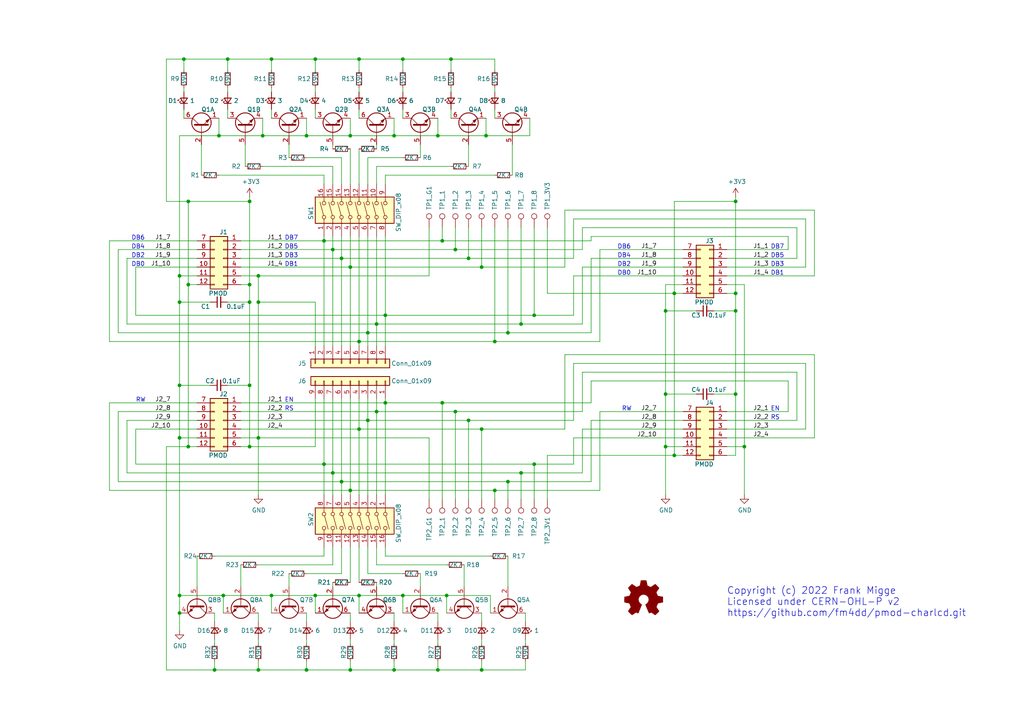
<source format=kicad_sch>
(kicad_sch (version 20230121) (generator eeschema)
  (paper "A4")
  (title_block (title "PMOD ANALYZER") (date "2023-08-18") (rev "V1.0"))
  (lib_symbols
    (symbol "Connector:TestPoint" (pin_numbers hide) (pin_names (offset 0.762) hide)
      (property "Reference" "TP" (at 0 6.858 0))
      (property "Value" "TestPoint" (at 0 5.08 0))
      (symbol "TestPoint_1_1"
        (pin passive line (at 0 0 90) (length 2.54) (name "1") (number "1"))
      )
    )
    (symbol "Connector_Generic:Conn_01x09" (pin_names (offset 1.016) hide)
      (property "Reference" "J" (at 0 12.7 0))
      (property "Value" "Conn_01x09" (at 0 -12.7 0))
      (symbol "Conn_01x09_1_1"
        (pin passive line (at -5.08 10.16 0) (length 3.81) (name "Pin_1") (number "1"))
        (pin passive line (at -5.08 7.62 0) (length 3.81) (name "Pin_2") (number "2"))
        (pin passive line (at -5.08 5.08 0) (length 3.81) (name "Pin_3") (number "3"))
        (pin passive line (at -5.08 2.54 0) (length 3.81) (name "Pin_4") (number "4"))
        (pin passive line (at -5.08 0 0) (length 3.81) (name "Pin_5") (number "5"))
        (pin passive line (at -5.08 -2.54 0) (length 3.81) (name "Pin_6") (number "6"))
        (pin passive line (at -5.08 -5.08 0) (length 3.81) (name "Pin_7") (number "7"))
        (pin passive line (at -5.08 -7.62 0) (length 3.81) (name "Pin_8") (number "8"))
        (pin passive line (at -5.08 -10.16 0) (length 3.81) (name "Pin_9") (number "9"))
      )
    )
    (symbol "Connector_Generic:Conn_02x06_Top_Bottom" (pin_names (offset 1.016) hide)
      (property "Reference" "J" (at 1.27 7.62 0))
      (property "Value" "Conn_02x06_Top_Bottom" (at 1.27 -10.16 0))
      (symbol "Conn_02x06_Top_Bottom_1_1"
        (pin passive line (at -5.08 5.08 0) (length 3.81) (name "Pin_1") (number "1"))
        (pin passive line (at 7.62 -2.54 180) (length 3.81) (name "Pin_10") (number "10"))
        (pin passive line (at 7.62 -5.08 180) (length 3.81) (name "Pin_11") (number "11"))
        (pin passive line (at 7.62 -7.62 180) (length 3.81) (name "Pin_12") (number "12"))
        (pin passive line (at -5.08 2.54 0) (length 3.81) (name "Pin_2") (number "2"))
        (pin passive line (at -5.08 0 0) (length 3.81) (name "Pin_3") (number "3"))
        (pin passive line (at -5.08 -2.54 0) (length 3.81) (name "Pin_4") (number "4"))
        (pin passive line (at -5.08 -5.08 0) (length 3.81) (name "Pin_5") (number "5"))
        (pin passive line (at -5.08 -7.62 0) (length 3.81) (name "Pin_6") (number "6"))
        (pin passive line (at 7.62 5.08 180) (length 3.81) (name "Pin_7") (number "7"))
        (pin passive line (at 7.62 2.54 180) (length 3.81) (name "Pin_8") (number "8"))
        (pin passive line (at 7.62 0 180) (length 3.81) (name "Pin_9") (number "9"))
      )
    )
    (symbol "Device:C_Small" (pin_numbers hide) (pin_names (offset 0.254) hide)
      (property "Reference" "C" (at 0.254 1.778 0))
      (property "Value" "C_Small" (at 0.254 -2.032 0))
      (symbol "C_Small_1_1"
        (pin passive line (at 0 2.54 270) (length 2.032) (name "~") (number "1"))
        (pin passive line (at 0 -2.54 90) (length 2.032) (name "~") (number "2"))
      )
    )
    (symbol "Device:LED_Small" (pin_numbers hide) (pin_names (offset 0.254) hide)
      (property "Reference" "D" (at -1.27 3.175 0))
      (property "Value" "LED_Small" (at -4.445 -2.54 0))
      (symbol "LED_Small_1_1"
        (pin passive line (at -2.54 0 0) (length 1.778) (name "K") (number "1"))
        (pin passive line (at 2.54 0 180) (length 1.778) (name "A") (number "2"))
      )
    )
    (symbol "Device:Q_Dual_NPN_NPN_E1B1C2E2B2C1" (pin_names (offset 0) hide)
      (property "Reference" "Q" (at 5.08 1.27 0))
      (property "Value" "Q_Dual_NPN_NPN_E1B1C2E2B2C1" (at 5.08 -1.27 0))
      (symbol "Q_Dual_NPN_NPN_E1B1C2E2B2C1_1_1"
        (pin passive line (at 2.54 -5.08 90) (length 2.54) (name "E1") (number "1"))
        (pin input line (at -5.08 0 0) (length 2.54) (name "B1") (number "2"))
        (pin passive line (at 2.54 5.08 270) (length 2.54) (name "C1") (number "6"))
      )
      (symbol "Q_Dual_NPN_NPN_E1B1C2E2B2C1_2_1"
        (pin passive line (at 2.54 5.08 270) (length 2.54) (name "C2") (number "3"))
        (pin passive line (at 2.54 -5.08 90) (length 2.54) (name "E2") (number "4"))
        (pin input line (at -5.08 0 0) (length 2.54) (name "B2") (number "5"))
      )
    )
    (symbol "Device:R_Small" (pin_numbers hide) (pin_names (offset 0.254) hide)
      (property "Reference" "R" (at 0.762 0.508 0))
      (property "Value" "R_Small" (at 0.762 -1.016 0))
      (symbol "R_Small_1_1"
        (pin passive line (at 0 2.54 270) (length 0.762) (name "~") (number "1"))
        (pin passive line (at 0 -2.54 90) (length 0.762) (name "~") (number "2"))
      )
    )
    (symbol "Graphic:Logo_Open_Hardware_Small" (pin_names (offset 1.016)))
    (symbol "Switch:SW_DIP_x08" (pin_names (offset 0) hide)
      (property "Reference" "SW" (at 0 13.97 0))
      (property "Value" "SW_DIP_x08" (at 0 -11.43 0))
      (symbol "SW_DIP_x08_1_1"
        (pin passive line (at -7.62 10.16 0) (length 5.08) (name "~") (number "1"))
        (pin passive line (at 7.62 -5.08 180) (length 5.08) (name "~") (number "10"))
        (pin passive line (at 7.62 -2.54 180) (length 5.08) (name "~") (number "11"))
        (pin passive line (at 7.62 0 180) (length 5.08) (name "~") (number "12"))
        (pin passive line (at 7.62 2.54 180) (length 5.08) (name "~") (number "13"))
        (pin passive line (at 7.62 5.08 180) (length 5.08) (name "~") (number "14"))
        (pin passive line (at 7.62 7.62 180) (length 5.08) (name "~") (number "15"))
        (pin passive line (at 7.62 10.16 180) (length 5.08) (name "~") (number "16"))
        (pin passive line (at -7.62 7.62 0) (length 5.08) (name "~") (number "2"))
        (pin passive line (at -7.62 5.08 0) (length 5.08) (name "~") (number "3"))
        (pin passive line (at -7.62 2.54 0) (length 5.08) (name "~") (number "4"))
        (pin passive line (at -7.62 0 0) (length 5.08) (name "~") (number "5"))
        (pin passive line (at -7.62 -2.54 0) (length 5.08) (name "~") (number "6"))
        (pin passive line (at -7.62 -5.08 0) (length 5.08) (name "~") (number "7"))
        (pin passive line (at -7.62 -7.62 0) (length 5.08) (name "~") (number "8"))
        (pin passive line (at 7.62 -7.62 180) (length 5.08) (name "~") (number "9"))
      )
    )
    (symbol "power:+3V3" (power) (pin_names (offset 0))
      (property "Value" "+3V3" (at 0 3.556 0))
      (symbol "+3V3_1_1"
        (pin power_in line (at 0 0 90) (length 0) hide (name "+3V3") (number "1"))
      )
    )
    (symbol "power:GND" (power) (pin_names (offset 0))
      (property "Value" "GND" (at 0 -3.81 0))
      (symbol "GND_1_1"
        (pin power_in line (at 0 0 270) (length 0) hide (name "GND") (number "1"))
      )
    )
  )
  (junction (at 104.14 124.46))
  (junction (at 72.39 129.54))
  (junction (at 116.84 17.145))
  (junction (at 96.52 137.16))
  (junction (at 72.39 87.63))
  (junction (at 195.58 132.08))
  (junction (at 52.07 177.8))
  (junction (at 213.36 90.17))
  (junction (at 76.2 39.37))
  (junction (at 78.74 17.145))
  (junction (at 135.89 121.92))
  (junction (at 66.04 17.145))
  (junction (at 74.93 194.31))
  (junction (at 139.7 124.46))
  (junction (at 104.14 99.06))
  (junction (at 88.9 194.31))
  (junction (at 114.3 39.37))
  (junction (at 127 194.31))
  (junction (at 62.23 194.31))
  (junction (at 111.76 116.84))
  (junction (at 72.39 82.55))
  (junction (at 143.51 99.06))
  (junction (at 215.9 129.54))
  (junction (at 54.61 58.42))
  (junction (at 52.07 87.63))
  (junction (at 130.81 17.145))
  (junction (at 114.3 194.31))
  (junction (at 52.07 80.01))
  (junction (at 127 39.37))
  (junction (at 213.36 58.42))
  (junction (at 135.89 74.93))
  (junction (at 52.07 127))
  (junction (at 139.7 77.47))
  (junction (at 116.84 172.72))
  (junction (at 143.51 142.24))
  (junction (at 213.36 85.09))
  (junction (at 193.04 90.17))
  (junction (at 101.6 77.47))
  (junction (at 111.76 91.44))
  (junction (at 74.93 127))
  (junction (at 96.52 72.39))
  (junction (at 193.04 129.54))
  (junction (at 129.54 172.72))
  (junction (at 63.5 39.37))
  (junction (at 93.98 134.62))
  (junction (at 147.32 139.7))
  (junction (at 72.39 111.76))
  (junction (at 154.94 134.62))
  (junction (at 99.06 74.93))
  (junction (at 99.06 139.7))
  (junction (at 151.13 137.16))
  (junction (at 213.36 114.3))
  (junction (at 52.07 172.72))
  (junction (at 104.14 17.145))
  (junction (at 106.68 96.52))
  (junction (at 195.58 85.09))
  (junction (at 104.14 172.72))
  (junction (at 52.07 111.76))
  (junction (at 88.9 39.37))
  (junction (at 132.08 72.39))
  (junction (at 101.6 194.31))
  (junction (at 91.44 172.72))
  (junction (at 140.97 39.37))
  (junction (at 193.04 114.3))
  (junction (at 93.98 69.85))
  (junction (at 91.44 17.145))
  (junction (at 109.22 93.98))
  (junction (at 151.13 93.98))
  (junction (at 54.61 129.54))
  (junction (at 54.61 82.55))
  (junction (at 78.74 172.72))
  (junction (at 132.08 119.38))
  (junction (at 101.6 142.24))
  (junction (at 53.34 17.145))
  (junction (at 147.32 96.52))
  (junction (at 74.93 87.63))
  (junction (at 128.27 69.85))
  (junction (at 72.39 58.42))
  (junction (at 139.7 194.31))
  (junction (at 64.77 172.72))
  (junction (at 74.93 80.01))
  (junction (at 109.22 119.38))
  (junction (at 154.94 91.44))
  (junction (at 101.6 39.37))
  (junction (at 106.68 121.92))
  (junction (at 128.27 116.84))
  (wire (pts (xy 62.23 185.42) (xy 62.23 186.69)))
  (wire (pts (xy 132.08 66.04) (xy 132.08 72.39)))
  (wire (pts (xy 57.15 129.54) (xy 54.61 129.54)))
  (wire (pts (xy 210.82 121.92) (xy 231.14 121.92)))
  (wire (pts (xy 152.4 185.42) (xy 152.4 186.69)))
  (wire (pts (xy 109.22 43.18) (xy 109.22 41.91)))
  (wire (pts (xy 99.06 158.75) (xy 99.06 166.37)))
  (wire (pts (xy 228.6 110.49) (xy 171.45 110.49)))
  (wire (pts (xy 135.89 74.93) (xy 166.37 74.93)))
  (wire (pts (xy 78.74 17.145) (xy 91.44 17.145)))
  (wire (pts (xy 62.23 191.77) (xy 62.23 194.31)))
  (wire (pts (xy 171.45 74.93) (xy 171.45 96.52)))
  (wire (pts (xy 76.2 39.37) (xy 76.2 34.29)))
  (wire (pts (xy 158.75 144.78) (xy 158.75 132.08)))
  (wire (pts (xy 173.99 99.06) (xy 143.51 99.06)))
  (wire (pts (xy 39.37 91.44) (xy 111.76 91.44)))
  (wire (pts (xy 91.44 115.57) (xy 91.44 129.54)))
  (wire (pts (xy 91.44 34.29) (xy 91.44 31.75)))
  (wire (pts (xy 173.99 142.24) (xy 173.99 119.38)))
  (wire (pts (xy 36.83 74.93) (xy 36.83 93.98)))
  (wire (pts (xy 171.45 139.7) (xy 171.45 121.92)))
  (wire (pts (xy 111.76 91.44) (xy 111.76 100.33)))
  (wire (pts (xy 96.52 115.57) (xy 96.52 137.16)))
  (wire (pts (xy 158.75 85.09) (xy 195.58 85.09)))
  (wire (pts (xy 147.32 161.29) (xy 147.32 170.18)))
  (wire (pts (xy 193.04 114.3) (xy 193.04 129.54)))
  (wire (pts (xy 171.45 68.58) (xy 171.45 69.85)))
  (wire (pts (xy 210.82 74.93) (xy 231.14 74.93)))
  (wire (pts (xy 74.93 127) (xy 74.93 143.51)))
  (wire (pts (xy 39.37 124.46) (xy 39.37 134.62)))
  (wire (pts (xy 53.34 17.145) (xy 66.04 17.145)))
  (wire (pts (xy 57.15 80.01) (xy 52.07 80.01)))
  (wire (pts (xy 143.51 99.06) (xy 104.14 99.06)))
  (wire (pts (xy 101.6 185.42) (xy 101.6 186.69)))
  (wire (pts (xy 31.75 142.24) (xy 101.6 142.24)))
  (wire (pts (xy 88.9 191.77) (xy 88.9 194.31)))
  (wire (pts (xy 104.14 158.75) (xy 104.14 168.91)))
  (wire (pts (xy 74.93 80.01) (xy 74.93 87.63)))
  (wire (pts (xy 171.45 68.58) (xy 228.6 68.58)))
  (wire (pts (xy 62.23 177.8) (xy 62.23 180.34)))
  (wire (pts (xy 101.6 77.47) (xy 139.7 77.47)))
  (wire (pts (xy 48.26 129.54) (xy 48.26 194.31)))
  (wire (pts (xy 210.82 82.55) (xy 215.9 82.55)))
  (wire (pts (xy 151.13 144.78) (xy 151.13 137.16)))
  (wire (pts (xy 57.15 161.29) (xy 57.15 170.18)))
  (wire (pts (xy 168.91 124.46) (xy 168.91 137.16)))
  (wire (pts (xy 236.22 127) (xy 236.22 102.87)))
  (wire (pts (xy 57.15 82.55) (xy 54.61 82.55)))
  (wire (pts (xy 193.04 90.17) (xy 201.93 90.17)))
  (wire (pts (xy 74.93 87.63) (xy 91.44 87.63)))
  (wire (pts (xy 109.22 163.83) (xy 129.54 163.83)))
  (wire (pts (xy 111.76 50.8) (xy 143.51 50.8)))
  (wire (pts (xy 64.77 172.72) (xy 64.77 177.8)))
  (wire (pts (xy 57.15 127) (xy 52.07 127)))
  (wire (pts (xy 93.98 53.34) (xy 93.98 50.8)))
  (wire (pts (xy 62.23 194.31) (xy 48.26 194.31)))
  (wire (pts (xy 236.22 80.01) (xy 236.22 60.96)))
  (wire (pts (xy 72.39 87.63) (xy 72.39 111.76)))
  (wire (pts (xy 48.26 17.145) (xy 48.26 58.42)))
  (wire (pts (xy 109.22 115.57) (xy 109.22 119.38)))
  (wire (pts (xy 69.85 77.47) (xy 101.6 77.47)))
  (wire (pts (xy 91.44 17.145) (xy 104.14 17.145)))
  (wire (pts (xy 147.32 66.04) (xy 147.32 96.52)))
  (wire (pts (xy 109.22 119.38) (xy 132.08 119.38)))
  (wire (pts (xy 114.3 39.37) (xy 127 39.37)))
  (wire (pts (xy 93.98 68.58) (xy 93.98 69.85)))
  (wire (pts (xy 101.6 39.37) (xy 114.3 39.37)))
  (wire (pts (xy 114.3 194.31) (xy 101.6 194.31)))
  (wire (pts (xy 109.22 93.98) (xy 109.22 100.33)))
  (wire (pts (xy 104.14 124.46) (xy 104.14 143.51)))
  (wire (pts (xy 31.75 69.85) (xy 57.15 69.85)))
  (wire (pts (xy 111.76 115.57) (xy 111.76 116.84)))
  (wire (pts (xy 195.58 58.42) (xy 195.58 85.09)))
  (wire (pts (xy 36.83 137.16) (xy 36.83 121.92)))
  (wire (pts (xy 210.82 129.54) (xy 215.9 129.54)))
  (wire (pts (xy 78.74 34.29) (xy 78.74 31.75)))
  (wire (pts (xy 109.22 48.26) (xy 130.81 48.26)))
  (wire (pts (xy 139.7 185.42) (xy 139.7 186.69)))
  (wire (pts (xy 152.4 191.77) (xy 152.4 194.31)))
  (wire (pts (xy 130.81 26.67) (xy 130.81 25.4)))
  (wire (pts (xy 54.61 129.54) (xy 48.26 129.54)))
  (wire (pts (xy 104.14 20.32) (xy 104.14 17.145)))
  (wire (pts (xy 129.54 172.72) (xy 129.54 177.8)))
  (wire (pts (xy 104.14 99.06) (xy 31.75 99.06)))
  (wire (pts (xy 96.52 137.16) (xy 96.52 143.51)))
  (wire (pts (xy 72.39 111.76) (xy 72.39 129.54)))
  (wire (pts (xy 210.82 85.09) (xy 213.36 85.09)))
  (wire (pts (xy 83.82 166.37) (xy 83.82 170.18)))
  (wire (pts (xy 93.98 69.85) (xy 93.98 100.33)))
  (wire (pts (xy 88.9 177.8) (xy 88.9 180.34)))
  (wire (pts (xy 91.44 87.63) (xy 91.44 100.33)))
  (wire (pts (xy 99.06 139.7) (xy 99.06 143.51)))
  (wire (pts (xy 69.85 82.55) (xy 72.39 82.55)))
  (wire (pts (xy 91.44 172.72) (xy 78.74 172.72)))
  (wire (pts (xy 128.27 69.85) (xy 171.45 69.85)))
  (wire (pts (xy 83.82 45.72) (xy 83.82 41.91)))
  (wire (pts (xy 111.76 68.58) (xy 111.76 91.44)))
  (wire (pts (xy 173.99 72.39) (xy 173.99 99.06)))
  (wire (pts (xy 154.94 91.44) (xy 166.37 91.44)))
  (wire (pts (xy 34.29 96.52) (xy 34.29 72.39)))
  (wire (pts (xy 166.37 134.62) (xy 166.37 127)))
  (wire (pts (xy 147.32 144.78) (xy 147.32 139.7)))
  (wire (pts (xy 116.84 20.32) (xy 116.84 17.145)))
  (wire (pts (xy 106.68 121.92) (xy 106.68 143.51)))
  (wire (pts (xy 166.37 127) (xy 198.12 127)))
  (wire (pts (xy 135.89 121.92) (xy 166.37 121.92)))
  (wire (pts (xy 193.04 90.17) (xy 193.04 114.3)))
  (wire (pts (xy 109.22 53.34) (xy 109.22 48.26)))
  (wire (pts (xy 142.24 177.8) (xy 142.24 172.72)))
  (wire (pts (xy 101.6 68.58) (xy 101.6 77.47)))
  (wire (pts (xy 64.77 172.72) (xy 52.07 172.72)))
  (wire (pts (xy 62.23 161.29) (xy 93.98 161.29)))
  (wire (pts (xy 54.61 129.54) (xy 54.61 82.55)))
  (wire (pts (xy 104.14 17.145) (xy 116.84 17.145)))
  (wire (pts (xy 52.07 80.01) (xy 52.07 87.63)))
  (wire (pts (xy 93.98 115.57) (xy 93.98 134.62)))
  (wire (pts (xy 111.76 116.84) (xy 111.76 143.51)))
  (wire (pts (xy 129.54 172.72) (xy 116.84 172.72)))
  (wire (pts (xy 88.9 166.37) (xy 99.06 166.37)))
  (wire (pts (xy 31.75 99.06) (xy 31.75 69.85)))
  (wire (pts (xy 168.91 124.46) (xy 198.12 124.46)))
  (wire (pts (xy 69.85 80.01) (xy 74.93 80.01)))
  (wire (pts (xy 151.13 93.98) (xy 168.91 93.98)))
  (wire (pts (xy 53.34 26.67) (xy 53.34 25.4)))
  (wire (pts (xy 63.5 39.37) (xy 52.07 39.37)))
  (wire (pts (xy 106.68 115.57) (xy 106.68 121.92)))
  (wire (pts (xy 213.36 58.42) (xy 213.36 85.09)))
  (wire (pts (xy 74.93 177.8) (xy 74.93 180.34)))
  (wire (pts (xy 233.68 77.47) (xy 233.68 63.5)))
  (wire (pts (xy 48.26 58.42) (xy 54.61 58.42)))
  (wire (pts (xy 66.04 87.63) (xy 72.39 87.63)))
  (wire (pts (xy 101.6 39.37) (xy 101.6 34.29)))
  (wire (pts (xy 58.42 50.8) (xy 58.42 41.91)))
  (wire (pts (xy 88.9 194.31) (xy 74.93 194.31)))
  (wire (pts (xy 127 177.8) (xy 127 180.34)))
  (wire (pts (xy 151.13 66.04) (xy 151.13 93.98)))
  (wire (pts (xy 139.7 177.8) (xy 139.7 180.34)))
  (wire (pts (xy 36.83 137.16) (xy 96.52 137.16)))
  (wire (pts (xy 76.2 39.37) (xy 88.9 39.37)))
  (wire (pts (xy 109.22 68.58) (xy 109.22 93.98)))
  (wire (pts (xy 111.76 161.29) (xy 142.24 161.29)))
  (wire (pts (xy 127 185.42) (xy 127 186.69)))
  (wire (pts (xy 168.91 93.98) (xy 168.91 77.47)))
  (wire (pts (xy 124.46 66.04) (xy 124.46 80.01)))
  (wire (pts (xy 72.39 58.42) (xy 54.61 58.42)))
  (wire (pts (xy 71.12 48.26) (xy 71.12 41.91)))
  (wire (pts (xy 96.52 72.39) (xy 96.52 100.33)))
  (wire (pts (xy 52.07 111.76) (xy 52.07 127)))
  (wire (pts (xy 74.93 163.83) (xy 96.52 163.83)))
  (wire (pts (xy 143.51 144.78) (xy 143.51 142.24)))
  (wire (pts (xy 111.76 91.44) (xy 154.94 91.44)))
  (wire (pts (xy 142.24 172.72) (xy 129.54 172.72)))
  (wire (pts (xy 116.84 26.67) (xy 116.84 25.4)))
  (wire (pts (xy 139.7 124.46) (xy 163.83 124.46)))
  (wire (pts (xy 78.74 172.72) (xy 64.77 172.72)))
  (wire (pts (xy 168.91 66.04) (xy 168.91 72.39)))
  (wire (pts (xy 143.51 26.67) (xy 143.51 25.4)))
  (wire (pts (xy 163.83 60.96) (xy 163.83 77.47)))
  (wire (pts (xy 143.51 34.29) (xy 143.51 31.75)))
  (wire (pts (xy 52.07 177.8) (xy 52.07 182.88)))
  (wire (pts (xy 114.3 39.37) (xy 114.3 34.29)))
  (wire (pts (xy 36.83 74.93) (xy 57.15 74.93)))
  (wire (pts (xy 106.68 68.58) (xy 106.68 96.52)))
  (wire (pts (xy 213.36 57.15) (xy 213.36 58.42)))
  (wire (pts (xy 104.14 34.29) (xy 104.14 31.75)))
  (wire (pts (xy 69.85 129.54) (xy 72.39 129.54)))
  (wire (pts (xy 99.06 115.57) (xy 99.06 139.7)))
  (wire (pts (xy 101.6 100.33) (xy 101.6 77.47)))
  (wire (pts (xy 124.46 127) (xy 74.93 127)))
  (wire (pts (xy 99.06 74.93) (xy 135.89 74.93)))
  (wire (pts (xy 106.68 53.34) (xy 106.68 45.72)))
  (wire (pts (xy 213.36 90.17) (xy 213.36 114.3)))
  (wire (pts (xy 139.7 191.77) (xy 139.7 194.31)))
  (wire (pts (xy 139.7 77.47) (xy 163.83 77.47)))
  (wire (pts (xy 236.22 60.96) (xy 163.83 60.96)))
  (wire (pts (xy 111.76 53.34) (xy 111.76 50.8)))
  (wire (pts (xy 231.14 107.95) (xy 168.91 107.95)))
  (wire (pts (xy 106.68 45.72) (xy 116.84 45.72)))
  (wire (pts (xy 106.68 96.52) (xy 106.68 100.33)))
  (wire (pts (xy 104.14 26.67) (xy 104.14 25.4)))
  (wire (pts (xy 39.37 134.62) (xy 93.98 134.62)))
  (wire (pts (xy 147.32 96.52) (xy 106.68 96.52)))
  (wire (pts (xy 128.27 116.84) (xy 171.45 116.84)))
  (wire (pts (xy 135.89 144.78) (xy 135.89 121.92)))
  (wire (pts (xy 93.98 134.62) (xy 93.98 143.51)))
  (wire (pts (xy 93.98 69.85) (xy 128.27 69.85)))
  (wire (pts (xy 104.14 172.72) (xy 91.44 172.72)))
  (wire (pts (xy 104.14 68.58) (xy 104.14 99.06)))
  (wire (pts (xy 88.9 45.72) (xy 99.06 45.72)))
  (wire (pts (xy 104.14 172.72) (xy 104.14 177.8)))
  (wire (pts (xy 106.68 121.92) (xy 135.89 121.92)))
  (wire (pts (xy 213.36 132.08) (xy 213.36 114.3)))
  (wire (pts (xy 228.6 119.38) (xy 228.6 110.49)))
  (wire (pts (xy 52.07 111.76) (xy 60.96 111.76)))
  (wire (pts (xy 121.92 166.37) (xy 121.92 170.18)))
  (wire (pts (xy 233.68 63.5) (xy 166.37 63.5)))
  (wire (pts (xy 210.82 127) (xy 236.22 127)))
  (wire (pts (xy 101.6 191.77) (xy 101.6 194.31)))
  (wire (pts (xy 198.12 82.55) (xy 193.04 82.55)))
  (wire (pts (xy 63.5 39.37) (xy 76.2 39.37)))
  (wire (pts (xy 52.07 87.63) (xy 60.96 87.63)))
  (wire (pts (xy 66.04 26.67) (xy 66.04 25.4)))
  (wire (pts (xy 154.94 144.78) (xy 154.94 134.62)))
  (wire (pts (xy 127 39.37) (xy 127 34.29)))
  (wire (pts (xy 213.36 58.42) (xy 195.58 58.42)))
  (wire (pts (xy 166.37 63.5) (xy 166.37 74.93)))
  (wire (pts (xy 96.52 168.91) (xy 96.52 170.18)))
  (wire (pts (xy 168.91 137.16) (xy 151.13 137.16)))
  (wire (pts (xy 66.04 34.29) (xy 66.04 31.75)))
  (wire (pts (xy 140.97 39.37) (xy 140.97 34.29)))
  (wire (pts (xy 173.99 72.39) (xy 198.12 72.39)))
  (wire (pts (xy 210.82 72.39) (xy 228.6 72.39)))
  (wire (pts (xy 93.98 134.62) (xy 154.94 134.62)))
  (wire (pts (xy 69.85 124.46) (xy 104.14 124.46)))
  (wire (pts (xy 236.22 102.87) (xy 163.83 102.87)))
  (wire (pts (xy 139.7 66.04) (xy 139.7 77.47)))
  (wire (pts (xy 88.9 39.37) (xy 101.6 39.37)))
  (wire (pts (xy 106.68 158.75) (xy 106.68 166.37)))
  (wire (pts (xy 166.37 121.92) (xy 166.37 105.41)))
  (wire (pts (xy 101.6 142.24) (xy 143.51 142.24)))
  (wire (pts (xy 231.14 74.93) (xy 231.14 66.04)))
  (wire (pts (xy 147.32 139.7) (xy 171.45 139.7)))
  (wire (pts (xy 101.6 142.24) (xy 101.6 143.51)))
  (wire (pts (xy 143.51 142.24) (xy 173.99 142.24)))
  (wire (pts (xy 114.3 185.42) (xy 114.3 186.69)))
  (wire (pts (xy 36.83 121.92) (xy 57.15 121.92)))
  (wire (pts (xy 31.75 116.84) (xy 57.15 116.84)))
  (wire (pts (xy 104.14 99.06) (xy 104.14 100.33)))
  (wire (pts (xy 127 194.31) (xy 114.3 194.31)))
  (wire (pts (xy 210.82 77.47) (xy 233.68 77.47)))
  (wire (pts (xy 96.52 43.18) (xy 96.52 41.91)))
  (wire (pts (xy 72.39 129.54) (xy 91.44 129.54)))
  (wire (pts (xy 168.91 77.47) (xy 198.12 77.47)))
  (wire (pts (xy 109.22 158.75) (xy 109.22 163.83)))
  (wire (pts (xy 158.75 132.08) (xy 195.58 132.08)))
  (wire (pts (xy 109.22 168.91) (xy 109.22 170.18)))
  (wire (pts (xy 96.52 72.39) (xy 132.08 72.39)))
  (wire (pts (xy 72.39 57.15) (xy 72.39 58.42)))
  (wire (pts (xy 154.94 66.04) (xy 154.94 91.44)))
  (wire (pts (xy 96.52 53.34) (xy 96.52 48.26)))
  (wire (pts (xy 93.98 158.75) (xy 93.98 161.29)))
  (wire (pts (xy 210.82 119.38) (xy 228.6 119.38)))
  (wire (pts (xy 69.85 127) (xy 74.93 127)))
  (wire (pts (xy 171.45 110.49) (xy 171.45 116.84)))
  (wire (pts (xy 69.85 163.83) (xy 69.85 170.18)))
  (wire (pts (xy 132.08 72.39) (xy 168.91 72.39)))
  (wire (pts (xy 52.07 39.37) (xy 52.07 80.01)))
  (wire (pts (xy 69.85 69.85) (xy 93.98 69.85)))
  (wire (pts (xy 127 39.37) (xy 140.97 39.37)))
  (wire (pts (xy 114.3 191.77) (xy 114.3 194.31)))
  (wire (pts (xy 69.85 119.38) (xy 109.22 119.38)))
  (wire (pts (xy 74.93 87.63) (xy 74.93 127)))
  (wire (pts (xy 96.52 137.16) (xy 151.13 137.16)))
  (wire (pts (xy 66.04 17.145) (xy 78.74 17.145)))
  (wire (pts (xy 99.06 53.34) (xy 99.06 45.72)))
  (wire (pts (xy 215.9 82.55) (xy 215.9 129.54)))
  (wire (pts (xy 78.74 172.72) (xy 78.74 177.8)))
  (wire (pts (xy 111.76 158.75) (xy 111.76 161.29)))
  (wire (pts (xy 88.9 185.42) (xy 88.9 186.69)))
  (wire (pts (xy 207.01 90.17) (xy 213.36 90.17)))
  (wire (pts (xy 130.81 34.29) (xy 130.81 31.75)))
  (wire (pts (xy 210.82 132.08) (xy 213.36 132.08)))
  (wire (pts (xy 152.4 177.8) (xy 152.4 180.34)))
  (wire (pts (xy 99.06 68.58) (xy 99.06 74.93)))
  (wire (pts (xy 166.37 105.41) (xy 233.68 105.41)))
  (wire (pts (xy 193.04 129.54) (xy 193.04 143.51)))
  (wire (pts (xy 36.83 93.98) (xy 109.22 93.98)))
  (wire (pts (xy 215.9 129.54) (xy 215.9 143.51)))
  (wire (pts (xy 171.45 96.52) (xy 147.32 96.52)))
  (wire (pts (xy 143.51 66.04) (xy 143.51 99.06)))
  (wire (pts (xy 91.44 26.67) (xy 91.44 25.4)))
  (wire (pts (xy 166.37 91.44) (xy 166.37 80.01)))
  (wire (pts (xy 53.34 20.32) (xy 53.34 17.145)))
  (wire (pts (xy 134.62 163.83) (xy 134.62 170.18)))
  (wire (pts (xy 231.14 66.04) (xy 168.91 66.04)))
  (wire (pts (xy 39.37 77.47) (xy 57.15 77.47)))
  (wire (pts (xy 91.44 20.32) (xy 91.44 17.145)))
  (wire (pts (xy 158.75 66.04) (xy 158.75 85.09)))
  (wire (pts (xy 135.89 66.04) (xy 135.89 74.93)))
  (wire (pts (xy 132.08 119.38) (xy 168.91 119.38)))
  (wire (pts (xy 101.6 53.34) (xy 101.6 43.18)))
  (wire (pts (xy 34.29 139.7) (xy 99.06 139.7)))
  (wire (pts (xy 91.44 172.72) (xy 91.44 177.8)))
  (wire (pts (xy 171.45 74.93) (xy 198.12 74.93)))
  (wire (pts (xy 104.14 124.46) (xy 139.7 124.46)))
  (wire (pts (xy 128.27 144.78) (xy 128.27 116.84)))
  (wire (pts (xy 109.22 119.38) (xy 109.22 143.51)))
  (wire (pts (xy 34.29 72.39) (xy 57.15 72.39)))
  (wire (pts (xy 101.6 194.31) (xy 88.9 194.31)))
  (wire (pts (xy 168.91 107.95) (xy 168.91 119.38)))
  (wire (pts (xy 39.37 124.46) (xy 57.15 124.46)))
  (wire (pts (xy 78.74 26.67) (xy 78.74 25.4)))
  (wire (pts (xy 148.59 50.8) (xy 148.59 41.91)))
  (wire (pts (xy 96.52 158.75) (xy 96.52 163.83)))
  (wire (pts (xy 198.12 129.54) (xy 193.04 129.54)))
  (wire (pts (xy 116.84 34.29) (xy 116.84 31.75)))
  (wire (pts (xy 140.97 39.37) (xy 153.67 39.37)))
  (wire (pts (xy 74.93 191.77) (xy 74.93 194.31)))
  (wire (pts (xy 106.68 96.52) (xy 34.29 96.52)))
  (wire (pts (xy 233.68 105.41) (xy 233.68 124.46)))
  (wire (pts (xy 163.83 102.87) (xy 163.83 124.46)))
  (wire (pts (xy 127 191.77) (xy 127 194.31)))
  (wire (pts (xy 52.07 127) (xy 52.07 172.72)))
  (wire (pts (xy 34.29 119.38) (xy 34.29 139.7)))
  (wire (pts (xy 116.84 17.145) (xy 130.81 17.145)))
  (wire (pts (xy 52.07 87.63) (xy 52.07 111.76)))
  (wire (pts (xy 106.68 166.37) (xy 116.84 166.37)))
  (wire (pts (xy 154.94 134.62) (xy 166.37 134.62)))
  (wire (pts (xy 207.01 114.3) (xy 213.36 114.3)))
  (wire (pts (xy 231.14 121.92) (xy 231.14 107.95)))
  (wire (pts (xy 69.85 72.39) (xy 96.52 72.39)))
  (wire (pts (xy 78.74 20.32) (xy 78.74 17.145)))
  (wire (pts (xy 101.6 177.8) (xy 101.6 180.34)))
  (wire (pts (xy 153.67 39.37) (xy 153.67 34.29)))
  (wire (pts (xy 99.06 139.7) (xy 147.32 139.7)))
  (wire (pts (xy 210.82 80.01) (xy 236.22 80.01)))
  (wire (pts (xy 132.08 144.78) (xy 132.08 119.38)))
  (wire (pts (xy 109.22 93.98) (xy 151.13 93.98)))
  (wire (pts (xy 54.61 58.42) (xy 54.61 82.55)))
  (wire (pts (xy 198.12 132.08) (xy 195.58 132.08)))
  (wire (pts (xy 69.85 74.93) (xy 99.06 74.93)))
  (wire (pts (xy 152.4 194.31) (xy 139.7 194.31)))
  (wire (pts (xy 72.39 87.63) (xy 72.39 82.55)))
  (wire (pts (xy 210.82 124.46) (xy 233.68 124.46)))
  (wire (pts (xy 195.58 132.08) (xy 195.58 85.09)))
  (wire (pts (xy 96.52 68.58) (xy 96.52 72.39)))
  (wire (pts (xy 72.39 58.42) (xy 72.39 82.55)))
  (wire (pts (xy 76.2 48.26) (xy 96.52 48.26)))
  (wire (pts (xy 228.6 72.39) (xy 228.6 68.58)))
  (wire (pts (xy 31.75 116.84) (xy 31.75 142.24)))
  (wire (pts (xy 193.04 82.55) (xy 193.04 90.17)))
  (wire (pts (xy 143.51 20.32) (xy 143.51 17.145)))
  (wire (pts (xy 39.37 77.47) (xy 39.37 91.44)))
  (wire (pts (xy 124.46 144.78) (xy 124.46 127)))
  (wire (pts (xy 104.14 53.34) (xy 104.14 43.18)))
  (wire (pts (xy 101.6 115.57) (xy 101.6 142.24)))
  (wire (pts (xy 69.85 116.84) (xy 111.76 116.84)))
  (wire (pts (xy 99.06 74.93) (xy 99.06 100.33)))
  (wire (pts (xy 74.93 185.42) (xy 74.93 186.69)))
  (wire (pts (xy 213.36 90.17) (xy 213.36 85.09)))
  (wire (pts (xy 53.34 17.145) (xy 48.26 17.145)))
  (wire (pts (xy 166.37 80.01) (xy 198.12 80.01)))
  (wire (pts (xy 63.5 50.8) (xy 93.98 50.8)))
  (wire (pts (xy 130.81 17.145) (xy 143.51 17.145)))
  (wire (pts (xy 101.6 158.75) (xy 101.6 168.91)))
  (wire (pts (xy 66.04 111.76) (xy 72.39 111.76)))
  (wire (pts (xy 88.9 39.37) (xy 88.9 34.29)))
  (wire (pts (xy 173.99 119.38) (xy 198.12 119.38)))
  (wire (pts (xy 34.29 119.38) (xy 57.15 119.38)))
  (wire (pts (xy 139.7 144.78) (xy 139.7 124.46)))
  (wire (pts (xy 116.84 172.72) (xy 116.84 177.8)))
  (wire (pts (xy 104.14 115.57) (xy 104.14 124.46)))
  (wire (pts (xy 53.34 34.29) (xy 53.34 31.75)))
  (wire (pts (xy 66.04 20.32) (xy 66.04 17.145)))
  (wire (pts (xy 128.27 66.04) (xy 128.27 69.85)))
  (wire (pts (xy 193.04 114.3) (xy 201.93 114.3)))
  (wire (pts (xy 111.76 116.84) (xy 128.27 116.84)))
  (wire (pts (xy 121.92 45.72) (xy 121.92 41.91)))
  (wire (pts (xy 139.7 194.31) (xy 127 194.31)))
  (wire (pts (xy 116.84 172.72) (xy 104.14 172.72)))
  (wire (pts (xy 74.93 194.31) (xy 62.23 194.31)))
  (wire (pts (xy 69.85 121.92) (xy 106.68 121.92)))
  (wire (pts (xy 130.81 20.32) (xy 130.81 17.145)))
  (wire (pts (xy 198.12 85.09) (xy 195.58 85.09)))
  (wire (pts (xy 114.3 177.8) (xy 114.3 180.34)))
  (wire (pts (xy 52.07 172.72) (xy 52.07 177.8)))
  (wire (pts (xy 124.46 80.01) (xy 74.93 80.01)))
  (wire (pts (xy 171.45 121.92) (xy 198.12 121.92)))
  (wire (pts (xy 135.89 48.26) (xy 135.89 41.91)))
  (wire (pts (xy 63.5 34.29) (xy 63.5 39.37)))
  (text "EN" (at 82.55 116.84 0) (effects (font (size 1.27 1.27)) (justify left bottom)))
  (text "RS" (at 82.55 119.38 0) (effects (font (size 1.27 1.27)) (justify left bottom)))
  (text "DB0" (at 38.1 77.47 0) (effects (font (size 1.27 1.27)) (justify left bottom)))
  (text "DB1" (at 223.52 80.01 0) (effects (font (size 1.27 1.27)) (justify left bottom)))
  (text "EN" (at 223.52 119.38 0) (effects (font (size 1.27 1.27)) (justify left bottom)))
  (text "DB2" (at 38.1 74.93 0) (effects (font (size 1.27 1.27)) (justify left bottom)))
  (text "DB2" (at 179.07 77.47 0) (effects (font (size 1.27 1.27)) (justify left bottom)))
  (text "DB4" (at 179.07 74.93 0) (effects (font (size 1.27 1.27)) (justify left bottom)))
  (text "DB1" (at 82.55 77.47 0) (effects (font (size 1.27 1.27)) (justify left bottom)))
  (text "DB7" (at 82.55 69.85 0) (effects (font (size 1.27 1.27)) (justify left bottom)))
  (text "RW" (at 180.34 119.38 0) (effects (font (size 1.27 1.27)) (justify left bottom)))
  (text "Copyright (c) 2022 Frank Migge\nLicensed under CERN-OHL-P v2\nhttps://github.com/fm4dd/pmod-charlcd.git" (at 210.82 179.07 0) (effects (font (size 2 2)) (justify left bottom)))
  (text "DB6" (at 179.07 72.39 0) (effects (font (size 1.27 1.27)) (justify left bottom)))
  (text "DB7" (at 223.52 72.39 0) (effects (font (size 1.27 1.27)) (justify left bottom)))
  (text "RS" (at 223.52 121.92 0) (effects (font (size 1.27 1.27)) (justify left bottom)))
  (text "RW" (at 39.37 116.84 0) (effects (font (size 1.27 1.27)) (justify left bottom)))
  (text "DB3" (at 82.55 74.93 0) (effects (font (size 1.27 1.27)) (justify left bottom)))
  (text "DB3" (at 223.52 77.47 0) (effects (font (size 1.27 1.27)) (justify left bottom)))
  (text "DB6" (at 38.1 69.85 0) (effects (font (size 1.27 1.27)) (justify left bottom)))
  (text "DB0" (at 179.07 80.01 0) (effects (font (size 1.27 1.27)) (justify left bottom)))
  (text "DB5" (at 223.52 74.93 0) (effects (font (size 1.27 1.27)) (justify left bottom)))
  (text "DB4" (at 38.1 72.39 0) (effects (font (size 1.27 1.27)) (justify left bottom)))
  (text "DB5" (at 82.55 72.39 0) (effects (font (size 1.27 1.27)) (justify left bottom)))
  (label "J2_2" (at 218.44 121.92 0))
  (label "J2_9" (at 49.53 121.92 180))
  (label "J2_8" (at 49.53 119.38 180))
  (label "J2_9" (at 190.5 124.46 180))
  (label "J2_3" (at 218.44 124.46 0))
  (label "J2_1" (at 218.44 119.38 0))
  (label "J1_7" (at 190.5 72.39 180))
  (label "J2_7" (at 49.53 116.84 180))
  (label "J1_10" (at 49.53 77.47 180))
  (label "J2_10" (at 190.5 127 180))
  (label "J2_4" (at 77.47 124.46 0))
  (label "J1_3" (at 77.47 74.93 0))
  (label "J1_1" (at 77.47 69.85 0))
  (label "J1_1" (at 218.44 72.39 0))
  (label "J1_2" (at 77.47 72.39 0))
  (label "J1_7" (at 49.53 69.85 180))
  (label "J1_4" (at 218.44 80.01 0))
  (label "J1_4" (at 77.47 77.47 0))
  (label "J1_8" (at 49.53 72.39 180))
  (label "J1_3" (at 218.44 77.47 0))
  (label "J2_7" (at 190.5 119.38 180))
  (label "J1_9" (at 49.53 74.93 180))
  (label "J1_9" (at 190.5 77.47 180))
  (label "J1_8" (at 190.5 74.93 180))
  (label "J2_1" (at 77.47 116.84 0))
  (label "J2_8" (at 190.5 121.92 180))
  (label "J2_4" (at 218.44 127 0))
  (label "J2_2" (at 77.47 119.38 0))
  (label "J2_3" (at 77.47 121.92 0))
  (label "J1_10" (at 190.5 80.01 180))
  (label "J1_2" (at 218.44 74.93 0))
  (label "J2_10" (at 49.53 124.46 180))
  (symbol (lib_id "Connector_Generic:Conn_02x06_Top_Bottom") (at 64.77 121.92 0) (mirror y) (unit 1)
    (property "Reference" "J2" (at 66.04 114.3 0) (effects (justify left)))
    (property "Value" "PMOD" (at 66.04 132.08 0) (effects (justify left)))
    (property "Footprint" "FM4DD:PMODHeader_2x06_P2.54mm_Horizontal" (effects hide))
    (property "Key" "conn-th-01in-6-2-hdr-ra" (effects hide))
    (property "Source" "ANY" (effects hide))
  )
  (symbol (lib_id "power:GND") (at 74.93 143.51 0) (unit 1)
    (property "Reference" "#PWR0105" (effects hide))
    (property "Value" "GND" (at 75.057 147.9804 0))
  )
  (symbol (lib_id "Connector_Generic:Conn_02x06_Top_Bottom") (at 64.77 74.93 0) (mirror y) (unit 1)
    (property "Reference" "J1" (at 66.04 67.31 0) (effects (justify left)))
    (property "Value" "PMOD" (at 66.04 85.09 0) (effects (justify left)))
    (property "Footprint" "FM4DD:PMODHeader_2x06_P2.54mm_Horizontal" (effects hide))
    (property "Key" "conn-th-01in-6-2-hdr-ra" (effects hide))
    (property "Source" "ANY" (effects hide))
  )
  (symbol (lib_id "power:+3V3") (at 72.39 57.15 0) (unit 1)
    (property "Reference" "#PWR0102" (effects hide))
    (property "Value" "+3V3" (at 72.771 52.6796 0))
  )
  (symbol (lib_id "Device:R_Small") (at 116.84 22.86 180) (unit 1)
    (property "Reference" "R14" (at 115.57 22.86 0) (effects (justify left)))
    (property "Value" "390" (at 116.84 20.955 90) (effects (justify left)))
    (property "Footprint" "Resistor_SMD:R_0402_1005Metric" (effects hide))
  )
  (symbol (lib_id "Connector_Generic:Conn_01x09") (at 101.6 110.49 270) (mirror x) (unit 1)
    (property "Reference" "J6" (at 87.63 110.49 90))
    (property "Value" "Conn_01x09" (at 119.38 110.49 90))
    (property "Footprint" "Connector_PinHeader_2.54mm:PinHeader_1x09_P2.54mm_Vertical" (effects hide))
  )
  (symbol (lib_id "Device:R_Small") (at 99.06 43.18 90) (unit 1)
    (property "Reference" "R4" (at 92.71 43.18 90) (effects (justify right)))
    (property "Value" "2K7" (at 100.965 43.18 90) (effects (justify left)))
    (property "Footprint" "Resistor_SMD:R_0402_1005Metric" (effects hide))
  )
  (symbol (lib_id "Device:Q_Dual_NPN_NPN_E1B1C2E2B2C1") (at 83.82 175.26 270) (unit 2)
    (property "Reference" "Q7" (at 88.9 173.99 90))
    (property "Value" "Q_Dual_NPN_NPN_E1B1C2E2B2C1" (effects hide))
    (property "Footprint" "Package_TO_SOT_SMD:SOT-363_SC-70-6" (effects hide))
  )
  (symbol (lib_id "Device:LED_Small") (at 101.6 182.88 270) (unit 1)
    (property "Reference" "D13" (at 96.52 182.88 90) (effects (justify left)))
    (property "Value" "5" (at 104.14 182.88 90) (effects (justify left)))
    (property "Footprint" "FM4DD:LED_0402_FPGA" (effects hide))
  )
  (symbol (lib_id "Device:R_Small") (at 130.81 22.86 180) (unit 1)
    (property "Reference" "R15" (at 129.54 22.86 0) (effects (justify left)))
    (property "Value" "390" (at 130.81 20.955 90) (effects (justify left)))
    (property "Footprint" "Resistor_SMD:R_0402_1005Metric" (effects hide))
  )
  (symbol (lib_id "Device:Q_Dual_NPN_NPN_E1B1C2E2B2C1") (at 134.62 175.26 270) (unit 2)
    (property "Reference" "Q5" (at 139.7 173.99 90))
    (property "Value" "Q_Dual_NPN_NPN_E1B1C2E2B2C1" (effects hide))
    (property "Footprint" "Package_TO_SOT_SMD:SOT-363_SC-70-6" (effects hide))
  )
  (symbol (lib_id "Device:R_Small") (at 72.39 163.83 270) (unit 1)
    (property "Reference" "R23" (at 65.405 163.83 90) (effects (justify left)))
    (property "Value" "2K7" (at 70.485 163.83 90) (effects (justify left)))
    (property "Footprint" "Resistor_SMD:R_0402_1005Metric" (effects hide))
  )
  (symbol (lib_id "Device:R_Small") (at 66.04 22.86 180) (unit 1)
    (property "Reference" "R10" (at 64.77 22.86 0) (effects (justify left)))
    (property "Value" "390" (at 66.04 20.955 90) (effects (justify left)))
    (property "Footprint" "Resistor_SMD:R_0402_1005Metric" (effects hide))
  )
  (symbol (lib_id "Device:R_Small") (at 88.9 189.23 0) (unit 1)
    (property "Reference" "R30" (at 86.995 191.135 90) (effects (justify left)))
    (property "Value" "390" (at 88.9 191.135 90) (effects (justify left)))
    (property "Footprint" "Resistor_SMD:R_0402_1005Metric" (effects hide))
  )
  (symbol (lib_id "Device:LED_Small") (at 74.93 182.88 270) (unit 1)
    (property "Reference" "D15" (at 69.85 182.88 90) (effects (justify left)))
    (property "Value" "7" (at 77.47 182.88 90) (effects (justify left)))
    (property "Footprint" "FM4DD:LED_0402_FPGA" (effects hide))
  )
  (symbol (lib_id "Device:R_Small") (at 62.23 189.23 0) (unit 1)
    (property "Reference" "R32" (at 60.325 191.135 90) (effects (justify left)))
    (property "Value" "390" (at 62.23 191.135 90) (effects (justify left)))
    (property "Footprint" "Resistor_SMD:R_0402_1005Metric" (effects hide))
  )
  (symbol (lib_id "Device:R_Small") (at 101.6 189.23 0) (unit 1)
    (property "Reference" "R29" (at 99.695 191.135 90) (effects (justify left)))
    (property "Value" "390" (at 101.6 191.135 90) (effects (justify left)))
    (property "Footprint" "Resistor_SMD:R_0402_1005Metric" (effects hide))
  )
  (symbol (lib_id "Device:LED_Small") (at 143.51 29.21 90) (unit 1)
    (property "Reference" "D8" (at 141.605 29.21 90) (effects (justify left)))
    (property "Value" "8" (at 146.685 29.21 90) (effects (justify left)))
    (property "Footprint" "FM4DD:LED_0402_FPGA" (effects hide))
  )
  (symbol (lib_id "Device:LED_Small") (at 152.4 182.88 270) (unit 1)
    (property "Reference" "D9" (at 148.59 182.88 90) (effects (justify left)))
    (property "Value" "1" (at 154.94 182.88 90) (effects (justify left)))
    (property "Footprint" "FM4DD:LED_0402_FPGA" (effects hide))
  )
  (symbol (lib_id "Device:LED_Small") (at 114.3 182.88 270) (unit 1)
    (property "Reference" "D12" (at 109.22 182.88 90) (effects (justify left)))
    (property "Value" "4" (at 116.84 182.88 90) (effects (justify left)))
    (property "Footprint" "FM4DD:LED_0402_FPGA" (effects hide))
  )
  (symbol (lib_id "Device:C_Small") (at 204.47 90.17 90) (unit 1)
    (property "Reference" "C3" (at 203.2 91.44 90) (effects (justify left)))
    (property "Value" "0.1uF" (at 210.82 91.44 90) (effects (justify left)))
    (property "Footprint" "Capacitor_SMD:C_0402_1005Metric" (effects hide))
  )
  (symbol (lib_id "Device:R_Small") (at 132.08 163.83 270) (unit 1)
    (property "Reference" "R18" (at 135.255 163.83 90) (effects (justify left)))
    (property "Value" "2K7" (at 130.175 163.83 90) (effects (justify left)))
    (property "Footprint" "Resistor_SMD:R_0402_1005Metric" (effects hide))
  )
  (symbol (lib_id "Connector:TestPoint") (at 158.75 144.78 180) (unit 1)
    (property "Reference" "TP2_3V1" (at 158.75 149.86 90) (effects (justify left)))
    (property "Value" "2_3V" (effects hide))
    (property "Footprint" "FM4DD:TestPoint_Keystone_5000-5004_Miniature" (effects hide))
  )
  (symbol (lib_id "Connector:TestPoint") (at 135.89 66.04 0) (unit 1)
    (property "Reference" "TP1_3" (at 135.89 60.96 90) (effects (justify left)))
    (property "Value" "1_3" (effects hide))
    (property "Footprint" "FM4DD:TestPoint_Keystone_5000-5004_Miniature" (effects hide))
  )
  (symbol (lib_id "Device:LED_Small") (at 62.23 182.88 270) (unit 1)
    (property "Reference" "D16" (at 57.15 182.88 90) (effects (justify left)))
    (property "Value" "8" (at 64.77 182.88 90) (effects (justify left)))
    (property "Footprint" "FM4DD:LED_0402_FPGA" (effects hide))
  )
  (symbol (lib_id "Device:R_Small") (at 143.51 22.86 180) (unit 1)
    (property "Reference" "R16" (at 142.24 22.86 0) (effects (justify left)))
    (property "Value" "390" (at 143.51 20.955 90) (effects (justify left)))
    (property "Footprint" "Resistor_SMD:R_0402_1005Metric" (effects hide))
  )
  (symbol (lib_id "Connector:TestPoint") (at 143.51 144.78 180) (unit 1)
    (property "Reference" "TP2_5" (at 143.51 149.86 90) (effects (justify left)))
    (property "Value" "2_5" (effects hide))
    (property "Footprint" "FM4DD:TestPoint_Keystone_5000-5004_Miniature" (effects hide))
  )
  (symbol (lib_id "Connector:TestPoint") (at 151.13 144.78 180) (unit 1)
    (property "Reference" "TP2_7" (at 151.13 149.86 90) (effects (justify left)))
    (property "Value" "2_7" (effects hide))
    (property "Footprint" "FM4DD:TestPoint_Keystone_5000-5004_Miniature" (effects hide))
  )
  (symbol (lib_id "Device:LED_Small") (at 130.81 29.21 90) (unit 1)
    (property "Reference" "D7" (at 128.905 29.21 90) (effects (justify left)))
    (property "Value" "7" (at 133.985 29.21 90) (effects (justify left)))
    (property "Footprint" "FM4DD:LED_0402_FPGA" (effects hide))
  )
  (symbol (lib_id "Device:Q_Dual_NPN_NPN_E1B1C2E2B2C1") (at 148.59 36.83 90) (unit 2)
    (property "Reference" "Q4" (at 151.13 31.75 90))
    (property "Value" "Q_Dual_NPN_NPN_E1B1C2E2B2C1" (effects hide))
    (property "Footprint" "Package_TO_SOT_SMD:SOT-363_SC-70-6" (effects hide))
  )
  (symbol (lib_id "Device:LED_Small") (at 91.44 29.21 90) (unit 1)
    (property "Reference" "D4" (at 89.535 29.21 90) (effects (justify left)))
    (property "Value" "4" (at 94.615 29.21 90) (effects (justify left)))
    (property "Footprint" "FM4DD:LED_0402_FPGA" (effects hide))
  )
  (symbol (lib_id "Device:Q_Dual_NPN_NPN_E1B1C2E2B2C1") (at 135.89 36.83 90) (unit 1)
    (property "Reference" "Q4" (at 139.7 31.75 90) (effects (justify left)))
    (property "Value" "Q_Dual_NPN_NPN_E1B1C2E2B2C1" (effects hide))
    (property "Footprint" "Package_TO_SOT_SMD:SOT-363_SC-70-6" (effects hide))
  )
  (symbol (lib_id "power:GND") (at 193.04 143.51 0) (unit 1)
    (property "Reference" "#PWR0103" (effects hide))
    (property "Value" "GND" (at 193.167 147.9804 0))
  )
  (symbol (lib_id "Device:LED_Small") (at 116.84 29.21 90) (unit 1)
    (property "Reference" "D6" (at 114.935 29.21 90) (effects (justify left)))
    (property "Value" "6" (at 120.015 29.21 90) (effects (justify left)))
    (property "Footprint" "FM4DD:LED_0402_FPGA" (effects hide))
  )
  (symbol (lib_id "Device:R_Small") (at 139.7 189.23 0) (unit 1)
    (property "Reference" "R26" (at 137.795 191.135 90) (effects (justify left)))
    (property "Value" "390" (at 139.7 191.135 90) (effects (justify left)))
    (property "Footprint" "Resistor_SMD:R_0402_1005Metric" (effects hide))
  )
  (symbol (lib_id "Connector:TestPoint") (at 143.51 66.04 0) (unit 1)
    (property "Reference" "TP1_5" (at 143.51 60.96 90) (effects (justify left)))
    (property "Value" "1_5" (effects hide))
    (property "Footprint" "FM4DD:TestPoint_Keystone_5000-5004_Miniature" (effects hide))
  )
  (symbol (lib_id "Device:R_Small") (at 86.36 45.72 270) (unit 1)
    (property "Reference" "R3" (at 80.645 45.72 90) (effects (justify left)))
    (property "Value" "2K7" (at 84.455 45.72 90) (effects (justify left)))
    (property "Footprint" "Resistor_SMD:R_0402_1005Metric" (effects hide))
  )
  (symbol (lib_id "Device:Q_Dual_NPN_NPN_E1B1C2E2B2C1") (at 96.52 175.26 270) (unit 1)
    (property "Reference" "Q7" (at 99.06 173.99 90) (effects (justify left)))
    (property "Value" "Q_Dual_NPN_NPN_E1B1C2E2B2C1" (effects hide))
    (property "Footprint" "Package_TO_SOT_SMD:SOT-363_SC-70-6" (effects hide))
  )
  (symbol (lib_id "Connector_Generic:Conn_01x09") (at 101.6 105.41 90) (mirror x) (unit 1)
    (property "Reference" "J5" (at 87.63 105.41 90))
    (property "Value" "Conn_01x09" (at 119.38 105.41 90))
    (property "Footprint" "Connector_PinHeader_2.54mm:PinHeader_1x09_P2.54mm_Vertical" (effects hide))
  )
  (symbol (lib_id "Device:Q_Dual_NPN_NPN_E1B1C2E2B2C1") (at 109.22 175.26 270) (unit 2)
    (property "Reference" "Q6" (at 113.03 173.99 90))
    (property "Value" "Q_Dual_NPN_NPN_E1B1C2E2B2C1" (effects hide))
    (property "Footprint" "Package_TO_SOT_SMD:SOT-363_SC-70-6" (effects hide))
  )
  (symbol (lib_id "power:GND") (at 215.9 143.51 0) (unit 1)
    (property "Reference" "#PWR0101" (effects hide))
    (property "Value" "GND" (at 216.027 147.9804 0))
  )
  (symbol (lib_id "Connector:TestPoint") (at 139.7 66.04 0) (unit 1)
    (property "Reference" "TP1_4" (at 139.7 60.96 90) (effects (justify left)))
    (property "Value" "1_4" (effects hide))
    (property "Footprint" "FM4DD:TestPoint_Keystone_5000-5004_Miniature" (effects hide))
  )
  (symbol (lib_id "Device:R_Small") (at 127 189.23 0) (unit 1)
    (property "Reference" "R27" (at 125.095 191.135 90) (effects (justify left)))
    (property "Value" "390" (at 127 191.135 90) (effects (justify left)))
    (property "Footprint" "Resistor_SMD:R_0402_1005Metric" (effects hide))
  )
  (symbol (lib_id "Graphic:Logo_Open_Hardware_Small") (at 186.69 173.99 0) (unit 1)
    (property "Reference" "#LOGO1" (effects hide))
    (property "Value" "Logo_Open_Hardware_Small" (effects hide))
  )
  (symbol (lib_id "Device:Q_Dual_NPN_NPN_E1B1C2E2B2C1") (at 121.92 175.26 270) (unit 1)
    (property "Reference" "Q6" (at 124.46 173.99 90) (effects (justify left)))
    (property "Value" "Q_Dual_NPN_NPN_E1B1C2E2B2C1" (effects hide))
    (property "Footprint" "Package_TO_SOT_SMD:SOT-363_SC-70-6" (effects hide))
  )
  (symbol (lib_id "Switch:SW_DIP_x08") (at 101.6 151.13 270) (unit 1)
    (property "Reference" "SW2" (at 90.17 148.59 0) (effects (justify left)))
    (property "Value" "SW_DIP_x08" (at 115.57 146.05 0) (effects (justify left)))
    (property "Footprint" "Button_Switch_THT:SW_DIP_SPSTx08_Slide_6.7x21.88mm_W7.62mm_P2.54mm_LowProfile" (effects hide))
  )
  (symbol (lib_id "Connector:TestPoint") (at 124.46 144.78 180) (unit 1)
    (property "Reference" "TP2_G1" (at 124.46 149.86 90) (effects (justify left)))
    (property "Value" "2_G" (effects hide))
    (property "Footprint" "FM4DD:TestPoint_Keystone_5000-5004_Miniature" (effects hide))
  )
  (symbol (lib_id "Device:R_Small") (at 133.35 48.26 90) (unit 1)
    (property "Reference" "R7" (at 139.7 48.26 90) (effects (justify left)))
    (property "Value" "2K7" (at 135.255 48.26 90) (effects (justify left)))
    (property "Footprint" "Resistor_SMD:R_0402_1005Metric" (effects hide))
  )
  (symbol (lib_id "Device:C_Small") (at 63.5 111.76 90) (unit 1)
    (property "Reference" "C2" (at 62.23 110.49 90) (effects (justify left)))
    (property "Value" "0.1uF" (at 69.85 110.49 90) (effects (justify left)))
    (property "Footprint" "Capacitor_SMD:C_0402_1005Metric" (effects hide))
  )
  (symbol (lib_id "Device:R_Small") (at 59.69 161.29 90) (unit 1)
    (property "Reference" "R24" (at 57.15 161.29 90) (effects (justify left)))
    (property "Value" "2K7" (at 61.595 161.29 90) (effects (justify left)))
    (property "Footprint" "Resistor_SMD:R_0402_1005Metric" (effects hide))
  )
  (symbol (lib_id "Device:R_Small") (at 78.74 22.86 180) (unit 1)
    (property "Reference" "R11" (at 77.47 22.86 0) (effects (justify left)))
    (property "Value" "390" (at 78.74 20.955 90) (effects (justify left)))
    (property "Footprint" "Resistor_SMD:R_0402_1005Metric" (effects hide))
  )
  (symbol (lib_id "Device:Q_Dual_NPN_NPN_E1B1C2E2B2C1") (at 69.85 175.26 270) (unit 1)
    (property "Reference" "Q8" (at 72.39 173.99 90) (effects (justify left)))
    (property "Value" "Q_Dual_NPN_NPN_E1B1C2E2B2C1" (effects hide))
    (property "Footprint" "Package_TO_SOT_SMD:SOT-363_SC-70-6" (effects hide))
  )
  (symbol (lib_id "Device:R_Small") (at 119.38 45.72 270) (unit 1)
    (property "Reference" "R6" (at 122.555 45.72 90) (effects (justify left)))
    (property "Value" "2K7" (at 117.475 45.72 90) (effects (justify left)))
    (property "Footprint" "Resistor_SMD:R_0402_1005Metric" (effects hide))
  )
  (symbol (lib_id "Connector_Generic:Conn_02x06_Top_Bottom") (at 205.74 124.46 0) (mirror y) (unit 1)
    (property "Reference" "J4" (at 207.01 116.84 0) (effects (justify left)))
    (property "Value" "PMOD" (at 207.01 134.62 0) (effects (justify left)))
    (property "Footprint" "FM4DD:PMODPinSocket_2x06_P2.54mm_Horizontal" (effects hide))
    (property "Key" "conn-th-01in-6-2-hdr-ra" (effects hide))
    (property "Source" "ANY" (effects hide))
  )
  (symbol (lib_id "Device:R_Small") (at 53.34 22.86 180) (unit 1)
    (property "Reference" "R9" (at 52.07 22.86 0) (effects (justify left)))
    (property "Value" "390" (at 53.34 20.955 90) (effects (justify left)))
    (property "Footprint" "Resistor_SMD:R_0402_1005Metric" (effects hide))
  )
  (symbol (lib_id "Device:R_Small") (at 86.36 166.37 90) (unit 1)
    (property "Reference" "R22" (at 82.55 166.37 90) (effects (justify left)))
    (property "Value" "2K7" (at 88.265 166.37 90) (effects (justify left)))
    (property "Footprint" "Resistor_SMD:R_0402_1005Metric" (effects hide))
  )
  (symbol (lib_id "power:GND") (at 52.07 182.88 0) (unit 1)
    (property "Reference" "#PWR0106" (effects hide))
    (property "Value" "GND" (at 52.197 187.3504 0))
  )
  (symbol (lib_id "Device:LED_Small") (at 78.74 29.21 90) (unit 1)
    (property "Reference" "D3" (at 76.835 29.21 90) (effects (justify left)))
    (property "Value" "3" (at 81.915 29.21 90) (effects (justify left)))
    (property "Footprint" "FM4DD:LED_0402_FPGA" (effects hide))
  )
  (symbol (lib_id "Device:Q_Dual_NPN_NPN_E1B1C2E2B2C1") (at 83.82 36.83 90) (unit 1)
    (property "Reference" "Q2" (at 87.63 31.75 90) (effects (justify left)))
    (property "Value" "Q_Dual_NPN_NPN_E1B1C2E2B2C1" (effects hide))
    (property "Footprint" "Package_TO_SOT_SMD:SOT-363_SC-70-6" (effects hide))
  )
  (symbol (lib_id "Device:R_Small") (at 152.4 189.23 0) (unit 1)
    (property "Reference" "R25" (at 150.495 191.135 90) (effects (justify left)))
    (property "Value" "390" (at 152.4 191.135 90) (effects (justify left)))
    (property "Footprint" "Resistor_SMD:R_0402_1005Metric" (effects hide))
  )
  (symbol (lib_id "Device:C_Small") (at 204.47 114.3 90) (unit 1)
    (property "Reference" "C4" (at 203.2 113.03 90) (effects (justify left)))
    (property "Value" "0.1uF" (at 210.82 113.03 90) (effects (justify left)))
    (property "Footprint" "Capacitor_SMD:C_0402_1005Metric" (effects hide))
  )
  (symbol (lib_id "Connector:TestPoint") (at 154.94 66.04 0) (unit 1)
    (property "Reference" "TP1_8" (at 154.94 60.96 90) (effects (justify left)))
    (property "Value" "1_8" (effects hide))
    (property "Footprint" "FM4DD:TestPoint_Keystone_5000-5004_Miniature" (effects hide))
  )
  (symbol (lib_id "Device:Q_Dual_NPN_NPN_E1B1C2E2B2C1") (at 57.15 175.26 270) (unit 2)
    (property "Reference" "Q8" (at 62.23 173.99 90))
    (property "Value" "Q_Dual_NPN_NPN_E1B1C2E2B2C1" (effects hide))
    (property "Footprint" "Package_TO_SOT_SMD:SOT-363_SC-70-6" (effects hide))
  )
  (symbol (lib_id "Device:R_Small") (at 104.14 22.86 180) (unit 1)
    (property "Reference" "R13" (at 102.87 22.86 0) (effects (justify left)))
    (property "Value" "390" (at 104.14 20.955 90) (effects (justify left)))
    (property "Footprint" "Resistor_SMD:R_0402_1005Metric" (effects hide))
  )
  (symbol (lib_id "Device:R_Small") (at 106.68 168.91 270) (unit 1)
    (property "Reference" "R20" (at 109.855 168.91 90) (effects (justify left)))
    (property "Value" "2K7" (at 104.775 168.91 90) (effects (justify left)))
    (property "Footprint" "Resistor_SMD:R_0402_1005Metric" (effects hide))
  )
  (symbol (lib_id "Device:Q_Dual_NPN_NPN_E1B1C2E2B2C1") (at 109.22 36.83 90) (unit 1)
    (property "Reference" "Q3" (at 113.03 31.75 90) (effects (justify left)))
    (property "Value" "Q_Dual_NPN_NPN_E1B1C2E2B2C1" (effects hide))
    (property "Footprint" "Package_TO_SOT_SMD:SOT-363_SC-70-6" (effects hide))
  )
  (symbol (lib_id "Connector:TestPoint") (at 139.7 144.78 180) (unit 1)
    (property "Reference" "TP2_4" (at 139.7 149.86 90) (effects (justify left)))
    (property "Value" "2_4" (effects hide))
    (property "Footprint" "FM4DD:TestPoint_Keystone_5000-5004_Miniature" (effects hide))
  )
  (symbol (lib_id "Connector:TestPoint") (at 124.46 66.04 0) (unit 1)
    (property "Reference" "TP1_G1" (at 124.46 60.96 90) (effects (justify left)))
    (property "Value" "1_G" (effects hide))
    (property "Footprint" "FM4DD:TestPoint_Keystone_5000-5004_Miniature" (effects hide))
  )
  (symbol (lib_id "Device:LED_Small") (at 53.34 29.21 90) (unit 1)
    (property "Reference" "D1" (at 51.435 29.21 90) (effects (justify left)))
    (property "Value" "1" (at 56.515 29.21 90) (effects (justify left)))
    (property "Footprint" "FM4DD:LED_0402_FPGA" (effects hide))
  )
  (symbol (lib_id "Switch:SW_DIP_x08") (at 104.14 60.96 90) (unit 1)
    (property "Reference" "SW1" (at 90.17 59.69 0) (effects (justify right)))
    (property "Value" "SW_DIP_x08" (at 115.57 55.88 0) (effects (justify right)))
    (property "Footprint" "Button_Switch_THT:SW_DIP_SPSTx08_Slide_6.7x21.88mm_W7.62mm_P2.54mm_LowProfile" (effects hide))
  )
  (symbol (lib_id "Device:R_Small") (at 114.3 189.23 0) (unit 1)
    (property "Reference" "R28" (at 112.395 191.135 90) (effects (justify left)))
    (property "Value" "390" (at 114.3 191.135 90) (effects (justify left)))
    (property "Footprint" "Resistor_SMD:R_0402_1005Metric" (effects hide))
  )
  (symbol (lib_id "Device:R_Small") (at 91.44 22.86 180) (unit 1)
    (property "Reference" "R12" (at 90.17 22.86 0) (effects (justify left)))
    (property "Value" "390" (at 91.44 20.955 90) (effects (justify left)))
    (property "Footprint" "Resistor_SMD:R_0402_1005Metric" (effects hide))
  )
  (symbol (lib_id "Device:R_Small") (at 106.68 43.18 90) (unit 1)
    (property "Reference" "R5" (at 113.03 43.18 90) (effects (justify left)))
    (property "Value" "2K7" (at 108.585 43.18 90) (effects (justify left)))
    (property "Footprint" "Resistor_SMD:R_0402_1005Metric" (effects hide))
  )
  (symbol (lib_id "Device:LED_Small") (at 127 182.88 270) (unit 1)
    (property "Reference" "D11" (at 121.92 182.88 90) (effects (justify left)))
    (property "Value" "3" (at 129.54 182.88 90) (effects (justify left)))
    (property "Footprint" "FM4DD:LED_0402_FPGA" (effects hide))
  )
  (symbol (lib_id "Connector:TestPoint") (at 132.08 144.78 180) (unit 1)
    (property "Reference" "TP2_2" (at 132.08 149.86 90) (effects (justify left)))
    (property "Value" "2_2" (effects hide))
    (property "Footprint" "FM4DD:TestPoint_Keystone_5000-5004_Miniature" (effects hide))
  )
  (symbol (lib_id "Device:R_Small") (at 144.78 161.29 90) (unit 1)
    (property "Reference" "R17" (at 152.4 161.29 90) (effects (justify left)))
    (property "Value" "2K7" (at 146.685 161.29 90) (effects (justify left)))
    (property "Footprint" "Resistor_SMD:R_0402_1005Metric" (effects hide))
  )
  (symbol (lib_id "Connector:TestPoint") (at 158.75 66.04 0) (unit 1)
    (property "Reference" "TP1_3V3" (at 158.75 60.96 90) (effects (justify left)))
    (property "Value" "1_3V" (effects hide))
    (property "Footprint" "FM4DD:TestPoint_Keystone_5000-5004_Miniature" (effects hide))
  )
  (symbol (lib_id "power:+3V3") (at 213.36 57.15 0) (unit 1)
    (property "Reference" "#PWR0104" (effects hide))
    (property "Value" "+3V3" (at 213.741 52.6796 0))
  )
  (symbol (lib_id "Device:R_Small") (at 146.05 50.8 270) (unit 1)
    (property "Reference" "R8" (at 149.225 50.8 90) (effects (justify left)))
    (property "Value" "2K7" (at 144.145 50.8 90) (effects (justify left)))
    (property "Footprint" "Resistor_SMD:R_0402_1005Metric" (effects hide))
  )
  (symbol (lib_id "Device:Q_Dual_NPN_NPN_E1B1C2E2B2C1") (at 71.12 36.83 90) (unit 2)
    (property "Reference" "Q1" (at 73.66 31.75 90))
    (property "Value" "Q_Dual_NPN_NPN_E1B1C2E2B2C1" (effects hide))
    (property "Footprint" "Package_TO_SOT_SMD:SOT-363_SC-70-6" (effects hide))
  )
  (symbol (lib_id "Device:Q_Dual_NPN_NPN_E1B1C2E2B2C1") (at 147.32 175.26 270) (unit 1)
    (property "Reference" "Q5" (at 149.86 173.99 90) (effects (justify left)))
    (property "Value" "Q_Dual_NPN_NPN_E1B1C2E2B2C1" (effects hide))
    (property "Footprint" "Package_TO_SOT_SMD:SOT-363_SC-70-6" (effects hide))
  )
  (symbol (lib_id "Device:R_Small") (at 60.96 50.8 270) (unit 1)
    (property "Reference" "R1" (at 55.245 50.8 90) (effects (justify left)))
    (property "Value" "2K7" (at 59.055 50.8 90) (effects (justify left)))
    (property "Footprint" "Resistor_SMD:R_0402_1005Metric" (effects hide))
  )
  (symbol (lib_id "Connector:TestPoint") (at 128.27 144.78 180) (unit 1)
    (property "Reference" "TP2_1" (at 128.27 149.86 90) (effects (justify left)))
    (property "Value" "2_1" (effects hide))
    (property "Footprint" "FM4DD:TestPoint_Keystone_5000-5004_Miniature" (effects hide))
  )
  (symbol (lib_id "Connector:TestPoint") (at 132.08 66.04 0) (unit 1)
    (property "Reference" "TP1_2" (at 132.08 60.96 90) (effects (justify left)))
    (property "Value" "1_2" (effects hide))
    (property "Footprint" "FM4DD:TestPoint_Keystone_5000-5004_Miniature" (effects hide))
  )
  (symbol (lib_id "Connector:TestPoint") (at 154.94 144.78 180) (unit 1)
    (property "Reference" "TP2_8" (at 154.94 149.86 90) (effects (justify left)))
    (property "Value" "2_8" (effects hide))
    (property "Footprint" "FM4DD:TestPoint_Keystone_5000-5004_Miniature" (effects hide))
  )
  (symbol (lib_id "Device:LED_Small") (at 139.7 182.88 270) (unit 1)
    (property "Reference" "D10" (at 134.62 182.88 90) (effects (justify left)))
    (property "Value" "2" (at 142.24 182.88 90) (effects (justify left)))
    (property "Footprint" "FM4DD:LED_0402_FPGA" (effects hide))
  )
  (symbol (lib_id "Device:R_Small") (at 99.06 168.91 270) (unit 1)
    (property "Reference" "R21" (at 92.075 168.91 90) (effects (justify left)))
    (property "Value" "2K7" (at 97.155 168.91 90) (effects (justify left)))
    (property "Footprint" "Resistor_SMD:R_0402_1005Metric" (effects hide))
  )
  (symbol (lib_id "Device:Q_Dual_NPN_NPN_E1B1C2E2B2C1") (at 96.52 36.83 90) (unit 2)
    (property "Reference" "Q2" (at 99.06 31.75 90))
    (property "Value" "Q_Dual_NPN_NPN_E1B1C2E2B2C1" (effects hide))
    (property "Footprint" "Package_TO_SOT_SMD:SOT-363_SC-70-6" (effects hide))
  )
  (symbol (lib_id "Device:C_Small") (at 63.5 87.63 90) (unit 1)
    (property "Reference" "C1" (at 60.96 88.9 90) (effects (justify left)))
    (property "Value" "0.1uF" (at 71.12 88.9 90) (effects (justify left)))
    (property "Footprint" "Capacitor_SMD:C_0402_1005Metric" (effects hide))
  )
  (symbol (lib_id "Connector:TestPoint") (at 147.32 144.78 180) (unit 1)
    (property "Reference" "TP2_6" (at 147.32 149.86 90) (effects (justify left)))
    (property "Value" "2_6" (effects hide))
    (property "Footprint" "FM4DD:TestPoint_Keystone_5000-5004_Miniature" (effects hide))
  )
  (symbol (lib_id "Device:R_Small") (at 74.93 189.23 0) (unit 1)
    (property "Reference" "R31" (at 73.025 191.135 90) (effects (justify left)))
    (property "Value" "390" (at 74.93 191.135 90) (effects (justify left)))
    (property "Footprint" "Resistor_SMD:R_0402_1005Metric" (effects hide))
  )
  (symbol (lib_id "Device:LED_Small") (at 66.04 29.21 90) (unit 1)
    (property "Reference" "D2" (at 63.5 29.21 90) (effects (justify left)))
    (property "Value" "2" (at 69.215 29.21 90) (effects (justify left)))
    (property "Footprint" "FM4DD:LED_0402_FPGA" (effects hide))
  )
  (symbol (lib_id "Device:LED_Small") (at 104.14 29.21 90) (unit 1)
    (property "Reference" "D5" (at 102.235 29.21 90) (effects (justify left)))
    (property "Value" "5" (at 107.315 29.21 90) (effects (justify left)))
    (property "Footprint" "FM4DD:LED_0402_FPGA" (effects hide))
  )
  (symbol (lib_id "Device:Q_Dual_NPN_NPN_E1B1C2E2B2C1") (at 121.92 36.83 90) (unit 2)
    (property "Reference" "Q3" (at 124.46 31.75 90))
    (property "Value" "Q_Dual_NPN_NPN_E1B1C2E2B2C1" (effects hide))
    (property "Footprint" "Package_TO_SOT_SMD:SOT-363_SC-70-6" (effects hide))
  )
  (symbol (lib_id "Connector:TestPoint") (at 135.89 144.78 180) (unit 1)
    (property "Reference" "TP2_3" (at 135.89 149.86 90) (effects (justify left)))
    (property "Value" "2_3" (effects hide))
    (property "Footprint" "FM4DD:TestPoint_Keystone_5000-5004_Miniature" (effects hide))
  )
  (symbol (lib_id "Connector:TestPoint") (at 128.27 66.04 0) (unit 1)
    (property "Reference" "TP1_1" (at 128.27 60.96 90) (effects (justify left)))
    (property "Value" "1_1" (effects hide))
    (property "Footprint" "FM4DD:TestPoint_Keystone_5000-5004_Miniature" (effects hide))
  )
  (symbol (lib_id "Device:R_Small") (at 73.66 48.26 90) (unit 1)
    (property "Reference" "R2" (at 69.85 48.26 90) (effects (justify left)))
    (property "Value" "2K7" (at 75.565 48.26 90) (effects (justify left)))
    (property "Footprint" "Resistor_SMD:R_0402_1005Metric" (effects hide))
  )
  (symbol (lib_id "Connector:TestPoint") (at 151.13 66.04 0) (unit 1)
    (property "Reference" "TP1_7" (at 151.13 60.96 90) (effects (justify left)))
    (property "Value" "1_7" (effects hide))
    (property "Footprint" "FM4DD:TestPoint_Keystone_5000-5004_Miniature" (effects hide))
  )
  (symbol (lib_id "Device:LED_Small") (at 88.9 182.88 270) (unit 1)
    (property "Reference" "D14" (at 83.82 182.88 90) (effects (justify left)))
    (property "Value" "6" (at 91.44 182.88 90) (effects (justify left)))
    (property "Footprint" "FM4DD:LED_0402_FPGA" (effects hide))
  )
  (symbol (lib_id "Device:R_Small") (at 119.38 166.37 90) (unit 1)
    (property "Reference" "R19" (at 127 166.37 90) (effects (justify left)))
    (property "Value" "2K7" (at 121.285 166.37 90) (effects (justify left)))
    (property "Footprint" "Resistor_SMD:R_0402_1005Metric" (effects hide))
  )
  (symbol (lib_id "Connector_Generic:Conn_02x06_Top_Bottom") (at 205.74 77.47 0) (mirror y) (unit 1)
    (property "Reference" "J3" (at 207.01 69.85 0) (effects (justify left)))
    (property "Value" "PMOD" (at 207.01 87.63 0) (effects (justify left)))
    (property "Footprint" "FM4DD:PMODPinSocket_2x06_P2.54mm_Horizontal" (effects hide))
    (property "Key" "conn-th-01in-6-2-hdr-ra" (effects hide))
    (property "Source" "ANY" (effects hide))
  )
  (symbol (lib_id "Connector:TestPoint") (at 147.32 66.04 0) (unit 1)
    (property "Reference" "TP1_6" (at 147.32 60.96 90) (effects (justify left)))
    (property "Value" "1_6" (effects hide))
    (property "Footprint" "FM4DD:TestPoint_Keystone_5000-5004_Miniature" (effects hide))
  )
  (symbol (lib_id "Device:Q_Dual_NPN_NPN_E1B1C2E2B2C1") (at 58.42 36.83 90) (unit 1)
    (property "Reference" "Q1" (at 62.23 31.75 90) (effects (justify left)))
    (property "Value" "Q_Dual_NPN_NPN_E1B1C2E2B2C1" (effects hide))
    (property "Footprint" "Package_TO_SOT_SMD:SOT-363_SC-70-6" (effects hide))
  )
)
</source>
